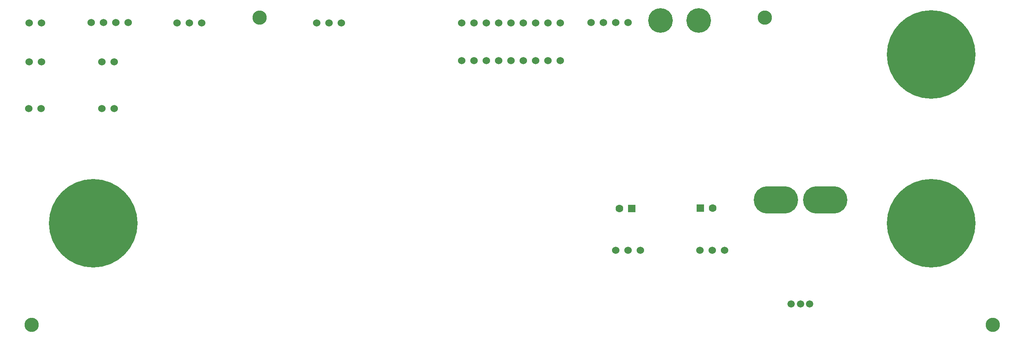
<source format=gbr>
G04 #@! TF.GenerationSoftware,KiCad,Pcbnew,(5.0.0)*
G04 #@! TF.CreationDate,2018-12-16T15:34:37-06:00*
G04 #@! TF.ProjectId,BMS_Hardware,424D535F48617264776172652E6B6963,rev?*
G04 #@! TF.SameCoordinates,Original*
G04 #@! TF.FileFunction,Soldermask,Bot*
G04 #@! TF.FilePolarity,Negative*
%FSLAX46Y46*%
G04 Gerber Fmt 4.6, Leading zero omitted, Abs format (unit mm)*
G04 Created by KiCad (PCBNEW (5.0.0)) date 12/16/18 15:34:37*
%MOMM*%
%LPD*%
G01*
G04 APERTURE LIST*
%ADD10C,1.501140*%
%ADD11O,9.144000X5.588000*%
%ADD12C,2.946400*%
%ADD13C,1.524000*%
%ADD14C,18.288000*%
%ADD15C,1.600000*%
%ADD16R,1.600000X1.600000*%
%ADD17C,5.080000*%
G04 APERTURE END LIST*
D10*
G04 #@! TO.C,U1*
X203829920Y-117381020D03*
X207650080Y-117381020D03*
X205740000Y-117381020D03*
D11*
X210820000Y-95885000D03*
X200660000Y-95885000D03*
G04 #@! TD*
D12*
G04 #@! TO.C,REF\002A\002A*
X198374000Y-58166000D03*
G04 #@! TD*
G04 #@! TO.C,REF\002A\002A*
X94234000Y-58166000D03*
G04 #@! TD*
G04 #@! TO.C,REF\002A\002A*
X47244000Y-121666000D03*
G04 #@! TD*
D13*
G04 #@! TO.C,Conn2*
X156210000Y-59309000D03*
X153670000Y-59309000D03*
X151130000Y-59309000D03*
X148590000Y-59309000D03*
X146050000Y-59309000D03*
X143510000Y-59309000D03*
X140970000Y-59309000D03*
X138430000Y-59309000D03*
X135890000Y-59309000D03*
G04 #@! TD*
G04 #@! TO.C,Conn1*
X135890000Y-67056000D03*
X138430000Y-67056000D03*
X140970000Y-67056000D03*
X143510000Y-67056000D03*
X146050000Y-67056000D03*
X148590000Y-67056000D03*
X151130000Y-67056000D03*
X153670000Y-67056000D03*
X156210000Y-67056000D03*
G04 #@! TD*
G04 #@! TO.C,U2*
X46736000Y-67310000D03*
X49276000Y-67310000D03*
G04 #@! TD*
G04 #@! TO.C,U4*
X64262000Y-67310000D03*
X61722000Y-67310000D03*
G04 #@! TD*
G04 #@! TO.C,U5*
X170180000Y-59182000D03*
X167640000Y-59182000D03*
X165100000Y-59182000D03*
X162560000Y-59182000D03*
X162560000Y-59182000D03*
G04 #@! TD*
G04 #@! TO.C,U7*
X49276000Y-59309000D03*
X46736000Y-59309000D03*
G04 #@! TD*
G04 #@! TO.C,U8*
X46685200Y-77012800D03*
X49225200Y-77012800D03*
G04 #@! TD*
G04 #@! TO.C,U10*
X59563000Y-59182000D03*
X59563000Y-59182000D03*
X62103000Y-59182000D03*
X64643000Y-59182000D03*
X67183000Y-59182000D03*
G04 #@! TD*
G04 #@! TO.C,U11*
X106045000Y-59309000D03*
X108585000Y-59309000D03*
X111125000Y-59309000D03*
G04 #@! TD*
G04 #@! TO.C,U12*
X64262000Y-76962000D03*
X61722000Y-76962000D03*
G04 #@! TD*
G04 #@! TO.C,U17*
X82296000Y-59309000D03*
X79756000Y-59309000D03*
X77216000Y-59309000D03*
G04 #@! TD*
G04 #@! TO.C,U18*
X167690800Y-106273600D03*
X170230800Y-106273600D03*
X172770800Y-106273600D03*
G04 #@! TD*
D14*
G04 #@! TO.C,V1*
X59944000Y-100711000D03*
G04 #@! TD*
G04 #@! TO.C,V2*
X232664000Y-100711000D03*
G04 #@! TD*
G04 #@! TO.C,V3*
X232664000Y-65786000D03*
G04 #@! TD*
D15*
G04 #@! TO.C,C26*
X168442000Y-97599500D03*
D16*
X170942000Y-97599500D03*
G04 #@! TD*
G04 #@! TO.C,C17*
X185102500Y-97536000D03*
D15*
X187602500Y-97536000D03*
G04 #@! TD*
D13*
G04 #@! TO.C,U16*
X185039000Y-106299000D03*
X187579000Y-106299000D03*
X190119000Y-106299000D03*
G04 #@! TD*
D17*
G04 #@! TO.C,Conn3*
X176911000Y-58737500D03*
X184785000Y-58737500D03*
G04 #@! TD*
D12*
G04 #@! TO.C,REF\002A\002A*
X245364000Y-121666000D03*
G04 #@! TD*
M02*

</source>
